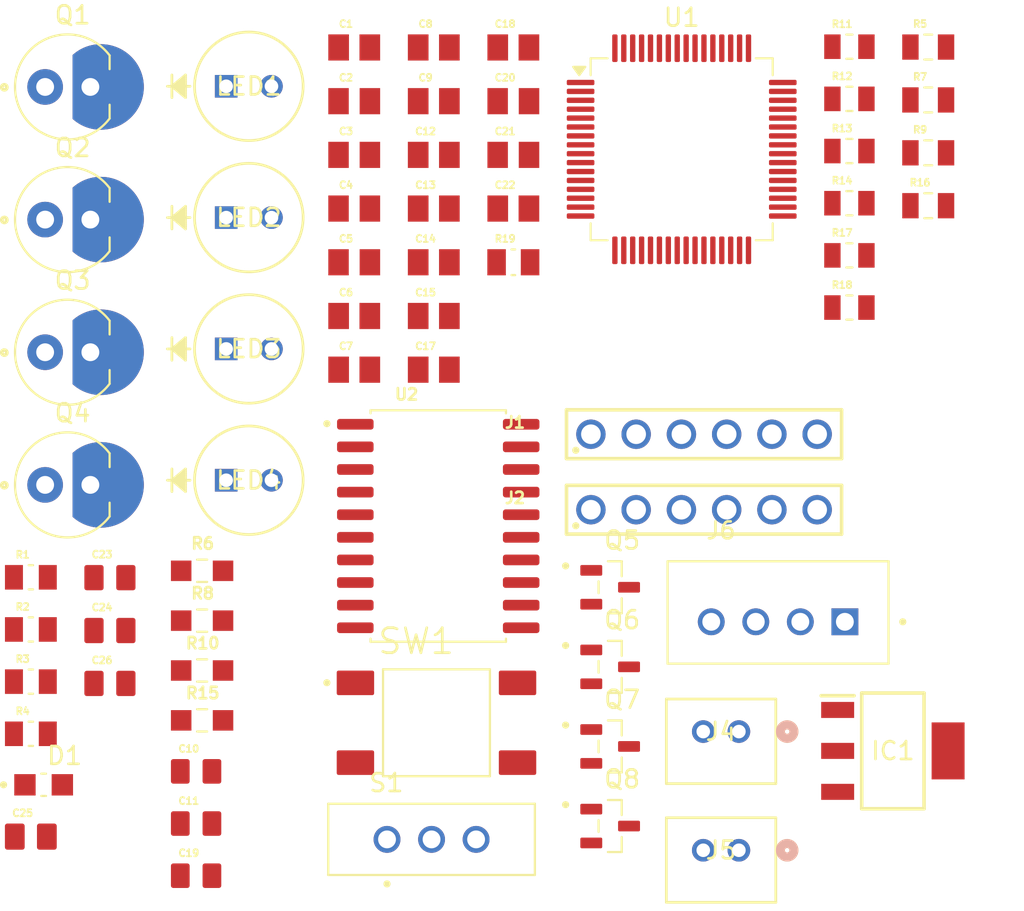
<source format=kicad_pcb>
(kicad_pcb (version 20241229) (generator "pcbnew") (generator_version "9.0")
  (layers (0 "F.Cu" signal) (2 "B.Cu" signal) (13 "F.Paste" user) (15 "B.Paste" user) (5 "F.SilkS" user "F.Silkscreen") (7 "B.SilkS" user "B.Silkscreen") (1 "F.Mask" user) (3 "B.Mask" user) (25 "Edge.Cuts" user))
  (net 0 "")
  (net 1 "GND")
  (net 2 "3V3")
  (net 3 "NRST")
  (net 4 "Net-(U1-VCAP_1)")
  (net 5 "Net-(U1-VCAP_2)")
  (net 6 "VCC")
  (net 7 "Net-(IC1-INPUT)")
  (net 8 "Net-(D1-Pad1)")
  (net 9 "PA0")
  (net 10 "PA1")
  (net 11 "MR2")
  (net 12 "MR1")
  (net 13 "ML2")
  (net 14 "PA8")
  (net 15 "PA9")
  (net 16 "ML1")
  (net 17 "Net-(J4-Pad2)")
  (net 18 "PA13")
  (net 19 "/NSRT")
  (net 20 "PA14")
  (net 21 "Net-(LED1-Pad2)")
  (net 22 "Net-(LED1-Pad1)")
  (net 23 "Net-(LED2-Pad1)")
  (net 24 "Net-(LED2-Pad2)")
  (net 25 "Net-(LED3-Pad2)")
  (net 26 "Net-(LED3-Pad1)")
  (net 27 "Net-(LED4-Pad1)")
  (net 28 "Net-(LED4-Pad2)")
  (net 29 "PC5")
  (net 30 "PB1")
  (net 31 "PC4")
  (net 32 "PA6")
  (net 33 "Net-(Q5-Pad1)")
  (net 34 "Net-(Q6-Pad1)")
  (net 35 "Net-(Q7-Pad1)")
  (net 36 "Net-(Q8-Pad1)")
  (net 37 "PB3")
  (net 38 "PA7")
  (net 39 "PC9")
  (net 40 "PB13")
  (net 41 "Net-(U1-BOOT0)")
  (net 42 "Net-(U1-PB2)")
  (net 52 "PB8")
  (net 53 "PB6")
  (net 59 "PB9")
  (net 68 "PB7")
  (footprint "C0805C104K5RACTU:CAPC2012X88N" (layer "F.Cu") (at 152.129 87.025)
    (property "Reference" "C12" (at -0.46 -1.32 0) (layer "F.SilkS") (effects (font (size 0.393701 0.393701))))
    (property "Value" "0.1uF")
    (pad "1" smd rect (at -0.875 0) (size 1.16 1.47) (layers "F.Cu" "F.Mask" "F.Paste") (net 1 "GND"))
    (pad "2" smd rect (at 0.875 0) (size 1.16 1.47) (layers "F.Cu" "F.Mask" "F.Paste") (net 2 "3V3"))
  )
  (footprint "RG2012N-121-W-T1:RESC2012X50N" (layer "F.Cu") (at 156.595 93.057)
    (property "Reference" "R19" (at -0.46 -1.32 0) (layer "F.SilkS") (effects (font (size 0.393701 0.393701))))
    (property "Value" "RG2012N-121-W-T1")
    (pad "1" smd rect (at -0.94 0) (size 1.04 1.47) (layers "F.Cu" "F.Mask" "F.Paste") (net 8 "Net-(D1-Pad1)"))
    (pad "2" smd rect (at 0.94 0) (size 1.04 1.47) (layers "F.Cu" "F.Mask" "F.Paste") (net 1 "GND"))
  )
  (footprint "ERA_6AEB473V:RES_ERA6AEB473V" (layer "F.Cu") (at 139.125 115.985)
    (property "Reference" "R10" (at 0.032 -1.5314 0) (layer "F.SilkS") (effects (font (size 0.64 0.64))))
    (property "Value" "47kΩ")
    (pad "1" smd rect (at -1.175 0) (size 1.15 1.15) (layers "F.Cu" "F.Mask" "F.Paste") (net 1 "GND"))
    (pad "2" smd rect (at 1.175 0) (size 1.15 1.15) (layers "F.Cu" "F.Mask" "F.Paste") (net 35 "Net-(Q7-Pad1)"))
  )
  (footprint "ERA_6AEB473V:RES_ERA6AEB473V" (layer "F.Cu") (at 139.125 118.785)
    (property "Reference" "R15" (at 0.032 -1.5314 0) (layer "F.SilkS") (effects (font (size 0.64 0.64))))
    (property "Value" "47kΩ")
    (pad "1" smd rect (at -1.175 0) (size 1.15 1.15) (layers "F.Cu" "F.Mask" "F.Paste") (net 1 "GND"))
    (pad "2" smd rect (at 1.175 0) (size 1.15 1.15) (layers "F.Cu" "F.Mask" "F.Paste") (net 36 "Net-(Q8-Pad1)"))
  )
  (footprint "C2012X7R1C475K125AE:CAPC2012X150N" (layer "F.Cu") (at 147.663 87.025)
    (property "Reference" "C3" (at -0.46 -1.32 0) (layer "F.SilkS") (effects (font (size 0.393701 0.393701))))
    (property "Value" "4.7uF")
    (pad "1" smd rect (at -0.88 0) (size 1.15 1.47) (layers "F.Cu" "F.Mask" "F.Paste") (net 2 "3V3"))
    (pad "2" smd rect (at 0.88 0) (size 1.15 1.47) (layers "F.Cu" "F.Mask" "F.Paste") (net 1 "GND"))
  )
  (footprint "C2012X7R1C475K125AE:CAPC2012X150N" (layer "F.Cu") (at 156.595 84.009)
    (property "Reference" "C20" (at -0.46 -1.32 0) (layer "F.SilkS") (effects (font (size 0.393701 0.393701))))
    (property "Value" "4.7uF")
    (pad "1" smd rect (at -0.88 0) (size 1.15 1.47) (layers "F.Cu" "F.Mask" "F.Paste") (net 1 "GND"))
    (pad "2" smd rect (at 0.88 0) (size 1.15 1.47) (layers "F.Cu" "F.Mask" "F.Paste") (net 6 "VCC"))
  )
  (footprint "RC0805JR-0710KL:RESC2012X60N" (layer "F.Cu") (at 175.46 95.6)
    (property "Reference" "R18" (at -0.41 -1.27 0) (layer "F.SilkS") (effects (font (size 0.393701 0.393701))))
    (property "Value" "10 kOhm")
    (pad "1" smd rect (at -0.955 0) (size 0.92 1.38) (layers "F.Cu" "F.Mask" "F.Paste") (net 1 "GND"))
    (pad "2" smd rect (at 0.955 0) (size 0.92 1.38) (layers "F.Cu" "F.Mask" "F.Paste") (net 42 "Net-(U1-PB2)"))
  )
  (footprint "EG1218:SW_EG1218" (layer "F.Cu") (at 152.005 125.47)
    (property "Reference" "S1" (at -2.54 -3.175 0) (layer "F.SilkS"))
    (property "Value" "EG1218")
    (pad "1" thru_hole circle (at -2.5 0) (size 1.508 1.508) (drill 1) (layers "*.Cu" "*.Mask") (net 6 "VCC"))
    (pad "2" thru_hole circle (at 0 0) (size 1.508 1.508) (drill 1) (layers "*.Cu" "*.Mask"))
    (pad "3" thru_hole circle (at 2.5 0) (size 1.508 1.508) (drill 1) (layers "*.Cu" "*.Mask") (net 7 "Net-(IC1-INPUT)"))
  )
  (footprint "CL21A226MAYNNNE:CAPC2012X145N" (layer "F.Cu") (at 129.51 125.315)
    (property "Reference" "C25" (at -0.46 -1.32 0) (layer "F.SilkS") (effects (font (size 0.393701 0.393701))))
    (property "Value" "22uF")
    (pad "1" smd roundrect (at -0.9 0) (size 1.11 1.47) (layers "F.Cu" "F.Mask" "F.Paste") (roundrect_rratio 0.125) (net 2 "3V3"))
    (pad "2" smd roundrect (at 0.9 0) (size 1.11 1.47) (layers "F.Cu" "F.Mask" "F.Paste") (roundrect_rratio 0.125) (net 1 "GND"))
  )
  (footprint "RC0805FR_0751RL:RESC2012X60N" (layer "F.Cu") (at 175.46 83.88)
    (property "Reference" "R12" (at -0.41 -1.27 0) (layer "F.SilkS") (effects (font (size 0.393701 0.393701))))
    (property "Value" "51Ω")
    (pad "1" smd rect (at -0.955 0) (size 0.92 1.38) (layers "F.Cu" "F.Mask" "F.Paste") (net 24 "Net-(LED2-Pad2)"))
    (pad "2" smd rect (at 0.955 0) (size 0.92 1.38) (layers "F.Cu" "F.Mask" "F.Paste") (net 2 "3V3"))
  )
  (footprint "CRCW0805100RFKEA:RESC2012X50N" (layer "F.Cu") (at 179.885 83.94)
    (property "Reference" "R7" (at -0.46 -1.3 0) (layer "F.SilkS") (effects (font (size 0.393701 0.393701))))
    (property "Value" "100Ω")
    (pad "1" smd rect (at -1 0) (size 0.92 1.42) (layers "F.Cu" "F.Mask" "F.Paste") (net 34 "Net-(Q6-Pad1)"))
    (pad "2" smd rect (at 1 0) (size 0.92 1.42) (layers "F.Cu" "F.Mask" "F.Paste") (net 38 "PA7"))
  )
  (footprint "C2012X7R1C475K125AE:CAPC2012X150N" (layer "F.Cu") (at 156.595 87.025)
    (property "Reference" "C21" (at -0.46 -1.32 0) (layer "F.SilkS") (effects (font (size 0.393701 0.393701))))
    (property "Value" "4.7uF")
    (pad "1" smd rect (at -0.88 0) (size 1.15 1.47) (layers "F.Cu" "F.Mask" "F.Paste") (net 6 "VCC"))
    (pad "2" smd rect (at 0.88 0) (size 1.15 1.47) (layers "F.Cu" "F.Mask" "F.Paste") (net 1 "GND"))
  )
  (footprint "C0805C104K5RACTU:CAPC2012X88N" (layer "F.Cu") (at 152.129 80.993)
    (property "Reference" "C8" (at -0.46 -1.32 0) (layer "F.SilkS") (effects (font (size 0.393701 0.393701))))
    (property "Value" "0.1uF")
    (pad "1" smd rect (at -0.875 0) (size 1.16 1.47) (layers "F.Cu" "F.Mask" "F.Paste") (net 1 "GND"))
    (pad "2" smd rect (at 0.875 0) (size 1.16 1.47) (layers "F.Cu" "F.Mask" "F.Paste") (net 2 "3V3"))
  )
  (footprint "INL-5AMIR15:LED_INL-5AMIR15_INO" (layer "F.Cu") (at 140.4782 83.1727)
    (property "Reference" "LED1" (at 1.27 0 0) (layer "F.SilkS"))
    (property "Value" "IR Emitter")
    (pad "1" thru_hole rect (at 0 0) (size 1.27 1.27) (drill 0.762) (layers "*.Cu" "*.Mask") (net 22 "Net-(LED1-Pad1)"))
    (pad "2" thru_hole circle (at 2.54 0) (size 1.27 1.27) (drill 0.762) (layers "*.Cu" "*.Mask") (net 21 "Net-(LED1-Pad2)"))
  )
  (footprint "C2012X7R1C475K125AE:CAPC2012X150N" (layer "F.Cu") (at 147.663 90.041)
    (property "Reference" "C4" (at -0.46 -1.32 0) (layer "F.SilkS") (effects (font (size 0.393701 0.393701))))
    (property "Value" "4.7uF")
    (pad "1" smd rect (at -0.88 0) (size 1.15 1.47) (layers "F.Cu" "F.Mask" "F.Paste") (net 2 "3V3"))
    (pad "2" smd rect (at 0.88 0) (size 1.15 1.47) (layers "F.Cu" "F.Mask" "F.Paste") (net 1 "GND"))
  )
  (footprint "2N7002LT1G:SOT95P240X111-3N" (layer "F.Cu") (at 162.03 124.72)
    (property "Reference" "Q8" (at 0.675 -2.635 0) (layer "F.SilkS"))
    (property "Value" "MOSFET")
    (pad "1" smd roundrect (at -1.06 -0.95) (size 1.23 0.6) (layers "F.Cu" "F.Mask" "F.Paste") (roundrect_rratio 0.125) (net 36 "Net-(Q8-Pad1)"))
    (pad "2" smd roundrect (at -1.06 0.95) (size 1.23 0.6) (layers "F.Cu" "F.Mask" "F.Paste") (roundrect_rratio 0.125) (net 1 "GND"))
    (pad "3" smd roundrect (at 1.06 0) (size 1.23 0.6) (layers "F.Cu" "F.Mask" "F.Paste") (roundrect_rratio 0.125) (net 27 "Net-(LED4-Pad1)"))
  )
  (footprint "2N7002LT1G:SOT95P240X111-3N" (layer "F.Cu") (at 162.03 120.25)
    (property "Reference" "Q7" (at 0.675 -2.635 0) (layer "F.SilkS"))
    (property "Value" "MOSFET")
    (pad "1" smd roundrect (at -1.06 -0.95) (size 1.23 0.6) (layers "F.Cu" "F.Mask" "F.Paste") (roundrect_rratio 0.125) (net 35 "Net-(Q7-Pad1)"))
    (pad "2" smd roundrect (at -1.06 0.95) (size 1.23 0.6) (layers "F.Cu" "F.Mask" "F.Paste") (roundrect_rratio 0.125) (net 1 "GND"))
    (pad "3" smd roundrect (at 1.06 0) (size 1.23 0.6) (layers "F.Cu" "F.Mask" "F.Paste") (roundrect_rratio 0.125) (net 26 "Net-(LED3-Pad1)"))
  )
  (footprint "RC0805FR_0751RL:RESC2012X60N" (layer "F.Cu") (at 175.46 89.74)
    (property "Reference" "R14" (at -0.41 -1.27 0) (layer "F.SilkS") (effects (font (size 0.393701 0.393701))))
    (property "Value" "51Ω")
    (pad "1" smd rect (at -0.955 0) (size 0.92 1.38) (layers "F.Cu" "F.Mask" "F.Paste") (net 28 "Net-(LED4-Pad2)"))
    (pad "2" smd rect (at 0.955 0) (size 0.92 1.38) (layers "F.Cu" "F.Mask" "F.Paste") (net 2 "3V3"))
  )
  (footprint "B2B-PH-K-S:CONN2_B2B-PH-K-S_JST" (layer "F.Cu") (at 169.2566 119.415)
    (property "Reference" "J4" (at -1 0 0) (layer "F.SilkS"))
    (property "Value" "JST1")
    (pad "1" thru_hole circle (at 0 0) (size 1.27 1.27) (drill 0.762) (layers "*.Cu" "*.Mask") (net 6 "VCC"))
    (pad "2" thru_hole circle (at -2.000001 0) (size 1.27 1.27) (drill 0.762) (layers "*.Cu" "*.Mask") (net 17 "Net-(J4-Pad2)"))
  )
  (footprint "C2012X7R1C475K125AE:CAPC2012X150N" (layer "F.Cu") (at 147.663 84.009)
    (property "Reference" "C2" (at -0.46 -1.32 0) (layer "F.SilkS") (effects (font (size 0.393701 0.393701))))
    (property "Value" "4.7uF")
    (pad "1" smd rect (at -0.88 0) (size 1.15 1.47) (layers "F.Cu" "F.Mask" "F.Paste") (net 2 "3V3"))
    (pad "2" smd rect (at 0.88 0) (size 1.15 1.47) (layers "F.Cu" "F.Mask" "F.Paste") (net 1 "GND"))
  )
  (footprint "C0805C104K5RACTU:CAPC2012X88N" (layer "F.Cu") (at 152.129 90.041)
    (property "Reference" "C13" (at -0.46 -1.32 0) (layer "F.SilkS") (effects (font (size 0.393701 0.393701))))
    (property "Value" "0.1uF")
    (pad "1" smd rect (at -0.875 0) (size 1.16 1.47) (layers "F.Cu" "F.Mask" "F.Paste") (net 1 "GND"))
    (pad "2" smd rect (at 0.875 0) (size 1.16 1.47) (layers "F.Cu" "F.Mask" "F.Paste") (net 2 "3V3"))
  )
  (footprint "SFH_313_FA-3_4:XDCR_SFH_313_FA-3_4" (layer "F.Cu") (at 131.583178 98.11)
    (property "Reference" "Q3" (at 0.275 -4.035 0) (layer "F.SilkS"))
    (property "Value" "IR Receiver")
    (pad "1" thru_hole circle (at -1.27 0) (size 2 2) (drill 1) (layers "*.Cu") (net 31 "PC4"))
    (pad "2" thru_hole custom (at 1.27 0) (size 2 2) (drill 1) (layers "*.Cu") (net 2 "3V3") (options (clearance outline) (anchor circle)) (primitives (gr_poly (pts (xy -1 -0.06) (xy -1 -1.79) (xy -0.945 -1.839) (xy -0.9 -1.876) (xy -0.854 -1.912) (xy -0.808 -1.948) (xy -0.76 -1.982) (xy -0.712 -2.014) (xy -0.662 -2.046) (xy -0.613 -2.076) (xy -0.562 -2.105) (xy -0.51 -2.133) (xy -0.458 -2.16) (xy -0.406 -2.185) (xy -0.352 -2.209) (xy -0.298 -2.231) (xy -0.244 -2.252) (xy -0.189 -2.272) (xy -0.133 -2.29) (xy -0.077 -2.307) (xy -0.021 -2.323) (xy 0.036 -2.337) (xy 0.093 -2.35) (xy 0.15 -2.361) (xy 0.208 -2.371) (xy 0.265 -2.38) (xy 0.323 -2.387) (xy 0.382 -2.392) (xy 0.44 -2.396) (xy 0.498 -2.399) (xy 0.557 -2.4) (xy 0.6 -2.4) (xy 0.625 -2.4) (xy 0.758 -2.394) (xy 0.882 -2.383) (xy 1.005 -2.364) (xy 1.128 -2.34) (xy 1.249 -2.309) (xy 1.368 -2.272) (xy 1.485 -2.229) (xy 1.599 -2.179) (xy 1.711 -2.124) (xy 1.82 -2.063) (xy 1.925 -1.997) (xy 2.027 -1.925) (xy 2.126 -1.848) (xy 2.22 -1.766) (xy 2.309 -1.68) (xy 2.394 -1.589) (xy 2.475 -1.493) (xy 2.55 -1.394) (xy 2.62 -1.29) (xy 2.684 -1.184) (xy 2.743 -1.074) (xy 2.796 -0.961) (xy 2.844 -0.846) (xy 2.885 -0.728) (xy 2.92 -0.608) (xy 2.949 -0.487) (xy 2.971 -0.364) (xy 2.987 -0.241) (xy 2.997 -0.116) (xy 3 0) (xy 2.997 0.116) (xy 2.987 0.241) (xy 2.971 0.364) (xy 2.949 0.487) (xy 2.92 0.608) (xy 2.885 0.728) (xy 2.844 0.846) (xy 2.796 0.961) (xy 2.743 1.074) (xy 2.684 1.184) (xy 2.62 1.29) (xy 2.55 1.394) (xy 2.475 1.493) (xy 2.394 1.589) (xy 2.309 1.68) (xy 2.22 1.766) (xy 2.126 1.848) (xy 2.027 1.925) (xy 1.925 1.997) (xy 1.82 2.063) (xy 1.711 2.124) (xy 1.599 2.179) (xy 1.485 2.229) (xy 1.368 2.272) (xy 1.249 2.309) (xy 1.128 2.34) (xy 1.005 2.364) (xy 0.882 2.383) (xy 0.758 2.394) (xy 0.625 2.4) (xy 0.525 2.4) (xy 0.6 2.4) (xy 0.557 2.4) (xy 0.498 2.399) (xy 0.44 2.396) (xy 0.382 2.392) (xy 0.323 2.387) (xy 0.265 2.38) (xy 0.208 2.371) (xy 0.15 2.361) (xy 0.093 2.35) (xy 0.036 2.337) (xy -0.021 2.323) (xy -0.077 2.307) (xy -0.133 2.29) (xy -0.189 2.272) (xy -0.244 2.252) (xy -0.298 2.231) (xy -0.352 2.209) (xy -0.406 2.185) (xy -0.458 2.16) (xy -0.51 2.133) (xy -0.562 2.105) (xy -0.613 2.076) (xy -0.662 2.046) (xy -0.712 2.014) (xy -0.76 1.982) (xy -0.808 1.948) (xy -0.854 1.912) (xy -0.9 1.876) (xy -0.945 1.839) (xy -1 1.79) (xy -1 -0.06)) (width 0.001) (fill yes))))
  )
  (footprint "C0805C104K5RACTU:CAPC2012X88N" (layer "F.Cu") (at 156.595 80.993)
    (property "Reference" "C18" (at -0.46 -1.32 0) (layer "F.SilkS") (effects (font (size 0.393701 0.393701))))
    (property "Value" "0.1uF")
    (pad "1" smd rect (at -0.875 0) (size 1.16 1.47) (layers "F.Cu" "F.Mask" "F.Paste") (net 2 "3V3"))
    (pad "2" smd rect (at 0.875 0) (size 1.16 1.47) (layers "F.Cu" "F.Mask" "F.Paste") (net 1 "GND"))
  )
  (footprint "INL-5AMIR15:LED_INL-5AMIR15_INO" (layer "F.Cu") (at 140.4782 97.9235)
    (property "Reference" "LED3" (at 1.27 0 0) (layer "F.SilkS"))
    (property "Value" "IR Emitter")
    (pad "1" thru_hole rect (at 0 0) (size 1.27 1.27) (drill 0.762) (layers "*.Cu" "*.Mask") (net 26 "Net-(LED3-Pad1)"))
    (pad "2" thru_hole circle (at 2.54 0) (size 1.27 1.27) (drill 0.762) (layers "*.Cu" "*.Mask") (net 25 "Net-(LED3-Pad2)"))
  )
  (footprint "B4B-XH-A:JST_B4B-XH-A" (layer "F.Cu") (at 171.455 112.725)
    (property "Reference" "J6" (at -3.2 -4.6 0) (layer "F.SilkS") (effects (font (size 0.944882 0.944882))))
    (property "Value" "Programming Header")
    (pad "1" thru_hole rect (at 3.75 0.525) (size 1.508 1.508) (drill 1) (layers "*.Cu" "*.Mask") (net 19 "/NSRT"))
    (pad "2" thru_hole circle (at 1.25 0.525) (size 1.508 1.508) (drill 1) (layers "*.Cu" "*.Mask") (net 18 "PA13"))
    (pad "3" thru_hole circle (at -1.25 0.525) (size 1.508 1.508) (drill 1) (layers "*.Cu" "*.Mask") (net 1 "GND"))
    (pad "4" thru_hole circle (at -3.75 0.525) (size 1.508 1.508) (drill 1) (layers "*.Cu" "*.Mask") (net 20 "PA14"))
  )
  (footprint "C0805C104K5RACTU:CAPC2012X88N" (layer "F.Cu") (at 147.663 80.993)
    (property "Reference" "C1" (at -0.46 -1.32 0) (layer "F.SilkS") (effects (font (size 0.393701 0.393701))))
    (property "Value" "0.1uF")
    (pad "1" smd rect (at -0.875 0) (size 1.16 1.47) (layers "F.Cu" "F.Mask" "F.Paste") (net 1 "GND"))
    (pad "2" smd rect (at 0.875 0) (size 1.16 1.47) (layers "F.Cu" "F.Mask" "F.Paste") (net 2 "3V3"))
  )
  (footprint "CL21B106KOQNNNE:CAPC2012X140N" (layer "F.Cu") (at 133.95 116.71)
    (property "Reference" "C26" (at -0.44 -1.3 0) (layer "F.SilkS") (effects (font (size 0.393701 0.393701))))
    (property "Value" "10uF")
    (pad "1" smd roundrect (at -0.895 0) (size 1.08 1.42) (layers "F.Cu" "F.Mask" "F.Paste") (roundrect_rratio 0.125) (net 1 "GND"))
    (pad "2" smd roundrect (at 0.895 0) (size 1.08 1.42) (layers "F.Cu" "F.Mask" "F.Paste") (roundrect_rratio 0.125) (net 2 "3V3"))
  )
  (footprint "C0805C104K5RACTU:CAPC2012X88N" (layer "F.Cu") (at 147.663 99.089)
    (property "Reference" "C7" (at -0.46 -1.32 0) (layer "F.SilkS") (effects (font (size 0.393701 0.393701))))
    (property "Value" "0.1uF")
    (pad "1" smd rect (at -0.875 0) (size 1.16 1.47) (layers "F.Cu" "F.Mask" "F.Paste") (net 1 "GND"))
    (pad "2" smd rect (at 0.875 0) (size 1.16 1.47) (layers "F.Cu" "F.Mask" "F.Paste") (net 2 "3V3"))
  )
  (footprint "6130XX11121_61300611121:61300611121" (layer "F.Cu") (at 167.3 106.955)
    (property "Reference" "J2" (at -10.6096 -0.6625 0) (layer "F.SilkS") (effects (font (size 0.64 0.64))))
    (property "Value" "Right Header")
    (pad "1" thru_hole circle (at -6.35 0) (size 1.65 1.65) (drill 1.1) (layers "*.Cu" "*.Mask") (net 1 "GND"))
    (pad "2" thru_hole circle (at -3.81 0) (size 1.65 1.65) (drill 1.1) (layers "*.Cu" "*.Mask") (net 15 "PA9"))
    (pad "3" thru_hole circle (at -1.27 0) (size 1.65 1.65) (drill 1.1) (layers "*.Cu" "*.Mask") (net 14 "PA8"))
    (pad "4" thru_hole circle (at 1.27 0) (size 1.65 1.65) (drill 1.1) (layers "*.Cu" "*.Mask") (net 2 "3V3"))
    (pad "5" thru_hole circle (at 3.81 0) (size 1.65 1.65) (drill 1.1) (layers "*.Cu" "*.Mask") (net 13 "ML2"))
    (pad "6" thru_hole circle (at 6.35 0) (size 1.65 1.65) (drill 1.1) (layers "*.Cu" "*.Mask") (net 16 "ML1"))
  )
  (footprint "FSM4JSMA:TE_FSM4JSMA" (layer "F.Cu") (at 152.281 118.92)
    (property "Reference" "SW1" (at -1.144485 -4.577985 0) (layer "F.SilkS") (effects (font (size 1.401835 1.401835))))
    (property "Value" "Button")
    (pad "1" smd roundrect (at -4.55 -2.24) (size 2.1 1.38) (layers "F.Cu" "F.Mask" "F.Paste") (roundrect_rratio 0.075) (net 3 "NRST"))
    (pad "2" smd roundrect (at 4.55 -2.24) (size 2.1 1.38) (layers "F.Cu" "F.Mask" "F.Paste") (roundrect_rratio 0.075))
    (pad "3" smd roundrect (at -4.55 2.24) (size 2.1 1.38) (layers "F.Cu" "F.Mask" "F.Paste") (roundrect_rratio 0.075) (net 19 "/NSRT"))
    (pad "4" smd roundrect (at 4.55 2.24) (size 2.1 1.38) (layers "F.Cu" "F.Mask" "F.Paste") (roundrect_rratio 0.075) (net 1 "GND"))
  )
  (footprint "CRCW0805100RFKEA:RESC2012X50N" (layer "F.Cu") (at 179.885 89.88)
    (property "Reference" "R16" (at -0.46 -1.3 0) (layer "F.SilkS") (effects (font (size 0.393701 0.393701))))
    (property "Value" "100Ω")
    (pad "1" smd rect (at -1 0) (size 0.92 1.42) (layers "F.Cu" "F.Mask" "F.Paste") (net 40 "PB13"))
    (pad "2" smd rect (at 1 0) (size 0.92 1.42) (layers "F.Cu" "F.Mask" "F.Paste") (net 36 "Net-(Q8-Pad1)"))
  )
  (footprint "C0805C104K5RACTU:CAPC2012X88N" (layer "F.Cu") (at 152.129 84.009)
    (property "Reference" "C9" (at -0.46 -1.32 0) (layer "F.SilkS") (effects (font (size 0.393701 0.393701))))
    (property "Value" "0.1uF")
    (pad "1" smd rect (at -0.875 0) (size 1.16 1.47) (layers "F.Cu" "F.Mask" "F.Paste") (net 3 "NRST"))
    (pad "2" smd rect (at 0.875 0) (size 1.16 1.47) (layers "F.Cu" "F.Mask" "F.Paste") (net 1 "GND"))
  )
  (footprint "2N7002LT1G:SOT95P240X111-3N" (layer "F.Cu") (at 162.03 111.31)
    (property "Reference" "Q5" (at 0.675 -2.635 0) (layer "F.SilkS"))
    (property "Value" "MOSFET")
    (pad "1" smd roundrect (at -1.06 -0.95) (size 1.23 0.6) (layers "F.Cu" "F.Mask" "F.Paste") (roundrect_rratio 0.125) (net 33 "Net-(Q5-Pad1)"))
    (pad "2" smd roundrect (at -1.06 0.95) (size 1.23 0.6) (layers "F.Cu" "F.Mask" "F.Paste") (roundrect_rratio 0.125) (net 1 "GND"))
    (pad "3" smd roundrect (at 1.06 0) (size 1.23 0.6) (layers "F.Cu" "F.Mask" "F.Paste") (roundrect_rratio 0.125) (net 22 "Net-(LED1-Pad1)"))
  )
  (footprint "Package_QFP:LQFP-64_10x10mm_P0.5mm" (layer "F.Cu") (at 166.045 86.71)
    (property "Reference" "U1" (at 0 -7.4 0) (layer "F.SilkS"))
    (property "Value" "STM32F205RGTx")
    (pad "1" smd roundrect (at -5.675 -3.75) (size 1.55 0.3) (layers "F.Cu" "F.Mask" "F.Paste") (net 2 "3V3"))
    (pad "2" smd roundrect (at -5.675 -3.25) (size 1.55 0.3) (layers "F.Cu" "F.Mask" "F.Paste"))
    (pad "3" smd roundrect (at -5.675 -2.75) (size 1.55 0.3) (layers "F.Cu" "F.Mask" "F.Paste"))
    (pad "4" smd roundrect (at -5.675 -2.25) (size 1.55 0.3) (layers "F.Cu" "F.Mask" "F.Paste"))
    (pad "5" smd roundrect (at -5.675 -1.75) (size 1.55 0.3) (layers "F.Cu" "F.Mask" "F.Paste"))
    (pad "6" smd roundrect (at -5.675 -1.25) (size 1.55 0.3) (layers "F.Cu" "F.Mask" "F.Paste"))
    (pad "7" smd roundrect (at -5.675 -0.75) (size 1.55 0.3) (layers "F.Cu" "F.Mask" "F.Paste") (net 3 "NRST"))
    (pad "8" smd roundrect (at -5.675 -0.25) (size 1.55 0.3) (layers "F.Cu" "F.Mask" "F.Paste"))
    (pad "9" smd roundrect (at -5.675 0.25) (size 1.55 0.3) (layers "F.Cu" "F.Mask" "F.Paste"))
    (pad "10" smd roundrect (at -5.675 0.75) (size 1.55 0.3) (layers "F.Cu" "F.Mask" "F.Paste"))
    (pad "11" smd roundrect (at -5.675 1.25) (size 1.55 0.3) (layers "F.Cu" "F.Mask" "F.Paste"))
    (pad "12" smd roundrect (at -5.675 1.75) (size 1.55 0.3) (layers "F.Cu" "F.Mask" "F.Paste") (net 1 "GND"))
    (pad "13" smd roundrect (at -5.675 2.25) (size 1.55 0.3) (layers "F.Cu" "F.Mask" "F.Paste") (net 2 "3V3"))
    (pad "14" smd roundrect (at -5.675 2.75) (size 1.55 0.3) (layers "F.Cu" "F.Mask" "F.Paste") (net 9 "PA0"))
    (pad "15" smd roundrect (at -5.675 3.25) (size 1.55 0.3) (layers "F.Cu" "F.Mask" "F.Paste") (net 10 "PA1"))
    (pad "16" smd roundrect (at -5.675 3.75) (size 1.55 0.3) (layers "F.Cu" "F.Mask" "F.Paste"))
    (pad "17" smd roundrect (at -3.75 5.675) (size 0.3 1.55) (layers "F.Cu" "F.Mask" "F.Paste"))
    (pad "18" smd roundrect (at -3.25 5.675) (size 0.3 1.55) (layers "F.Cu" "F.Mask" "F.Paste") (net 1 "GND"))
    (pad "19" smd roundrect (at -2.75 5.675) (size 0.3 1.55) (layers "F.Cu" "F.Mask" "F.Paste") (net 2 "3V3"))
    (pad "20" smd roundrect (at -2.25 5.675) (size 0.3 1.55) (layers "F.Cu" "F.Mask" "F.Paste"))
    (pad "21" smd roundrect (at -1.75 5.675) (size 0.3 1.55) (layers "F.Cu" "F.Mask" "F.Paste"))
    (pad "22" smd roundrect (at -1.25 5.675) (size 0.3 1.55) (layers "F.Cu" "F.Mask" "F.Paste") (net 32 "PA6"))
    (pad "23" smd roundrect (at -0.75 5.675) (size 0.3 1.55) (layers "F.Cu" "F.Mask" "F.Paste") (net 38 "PA7"))
    (pad "24" smd roundrect (at -0.25 5.675) (size 0.3 1.55) (layers "F.Cu" "F.Mask" "F.Paste") (net 31 "PC4"))
    (pad "25" smd roundrect (at 0.25 5.675) (size 0.3 1.55) (layers "F.Cu" "F.Mask" "F.Paste") (net 29 "PC5"))
    (pad "26" smd roundrect (at 0.75 5.675) (size 0.3 1.55) (layers "F.Cu" "F.Mask" "F.Paste"))
    (pad "27" smd roundrect (at 1.25 5.675) (size 0.3 1.55) (layers "F.Cu" "F.Mask" "F.Paste") (net 30 "PB1"))
    (pad "28" smd roundrect (at 1.75 5.675) (size 0.3 1.55) (layers "F.Cu" "F.Mask" "F.Paste") (net 42 "Net-(U1-PB2)"))
    (pad "29" smd roundrect (at 2.25 5.675) (size 0.3 1.55) (layers "F.Cu" "F.Mask" "F.Paste"))
    (pad "30" smd roundrect (at 2.75 5.675) (size 0.3 1.55) (layers "F.Cu" "F.Mask" "F.Paste"))
    (pad "31" smd roundrect (at 3.25 5.675) (size 0.3 1.55) (layers "F.Cu" "F.Mask" "F.Paste") (net 4 "Net-(U1-VCAP_1)"))
    (pad "32" smd roundrect (at 3.75 5.675) (size 0.3 1.55) (layers "F.Cu" "F.Mask" "F.Paste") (net 2 "3V3"))
    (pad "33" smd roundrect (at 5.675 3.75) (size 1.55 0.3) (layers "F.Cu" "F.Mask" "F.Paste"))
    (pad "34" smd roundrect (at 5.675 3.25) (size 1.55 0.3) (layers "F.Cu" "F.Mask" "F.Paste") (net 40 "PB13"))
    (pad "35" smd roundrect (at 5.675 2.75) (size 1.55 0.3) (layers "F.Cu" "F.Mask" "F.Paste"))
    (pad "36" smd roundrect (at 5.675 2.25) (size 1.55 0.3) (layers "F.Cu" "F.Mask" "F.Paste"))
    (pad "37" smd roundrect (at 5.675 1.75) (size 1.55 0.3) (layers "F.Cu" "F.Mask" "F.Paste"))
    (pad "38" smd roundrect (at 5.675 1.25) (size 1.55 0.3) (layers "F.Cu" "F.Mask" "F.Paste"))
    (pad "39" smd roundrect (at 5.675 0.75) (size 1.55 0.3) (layers "F.Cu" "F.Mask" "F.Paste"))
    (pad "40" smd roundrect (at 5.675 0.25) (size 1.55 0.3) (layers "F.Cu" "F.Mask" "F.Paste") (net 39 "PC9"))
    (pad "41" smd roundrect (at 5.675 -0.25) (size 1.55 0.3) (layers "F.Cu" "F.Mask" "F.Paste") (net 14 "PA8"))
    (pad "42" smd roundrect (at 5.675 -0.75) (size 1.55 0.3) (layers "F.Cu" "F.Mask" "F.Paste") (net 15 "PA9"))
    (pad "43" smd roundrect (at 5.675 -1.25) (size 1.55 0.3) (layers "F.Cu" "F.Mask" "F.Paste"))
    (pad "44" smd roundrect (at 5.675 -1.75) (size 1.55 0.3) (layers "F.Cu" "F.Mask" "F.Paste"))
    (pad "45" smd roundrect (at 5.675 -2.25) (size 1.55 0.3) (layers "F.Cu" "F.Mask" "F.Paste"))
    (pad "46" smd roundrect (at 5.675 -2.75) (size 1.55 0.3) (layers "F.Cu" "F.Mask" "F.Paste") (net 18 "PA13"))
    (pad "47" smd roundrect (at 5.675 -3.25) (size 1.55 0.3) (layers "F.Cu" "F.Mask" "F.Paste") (net 5 "Net-(U1-VCAP_2)"))
    (pad "48" smd roundrect (at 5.675 -3.75) (size 1.55 0.3) (layers "F.Cu" "F.Mask" "F.Paste") (net 2 "3V3"))
    (pad "49" smd roundrect (at 3.75 -5.675) (size 0.3 1.55) (layers "F.Cu" "F.Mask" "F.Paste") (net 20 "PA14"))
    (pad "50" smd roundrect (at 3.25 -5.675) (size 0.3 1.55) (layers "F.Cu" "F.Mask" "F.Paste"))
    (pad "51" smd roundrect (at 2.75 -5.675) (size 0.3 1.55) (layers "F.Cu" "F.Mask" "F.Paste"))
    (pad "52" smd roundrect (at 2.25 -5.675) (size 0.3 1.55) (layers "F.Cu" "F.Mask" "F.Paste"))
    (pad "53" smd roundrect (at 1.75 -5.675) (size 0.3 1.55) (layers "F.Cu" "F.Mask" "F.Paste"))
    (pad "54" smd roundrect (at 1.25 -5.675) (size 0.3 1.55) (layers "F.Cu" "F.Mask" "F.Paste"))
    (pad "55" smd roundrect (at 0.75 -5.675) (size 0.3 1.55) (layers "F.Cu" "F.Mask" "F.Paste") (net 37 "PB3"))
    (pad "56" smd roundrect (at 0.25 -5.675) (size 0.3 1.55) (layers "F.Cu" "F.Mask" "F.Paste"))
    (pad "57" smd roundrect (at -0.25 -5.675) (size 0.3 1.55) (layers "F.Cu" "F.Mask" "F.Paste"))
    (pad "58" smd roundrect (at -0.75 -5.675) (size 0.3 1.55) (layers "F.Cu" "F.Mask" "F.Paste") (net 53 "PB6"))
    (pad "59" smd roundrect (at -1.25 -5.675) (size 0.3 1.55) (layers "F.Cu" "F.Mask" "F.Paste") (net 68 "PB7"))
    (pad "60" smd roundrect (at -1.75 -5.675) (size 0.3 1.55) (layers "F.Cu" "F.Mask" "F.Paste") (net 41 "Net-(U1-BOOT0)"))
    (pad "61" smd roundrect (at -2.25 -5.675) (size 0.3 1.55) (layers "F.Cu" "F.Mask" "F.Paste") (net 52 "PB8"))
    (pad "62" smd roundrect (at -2.75 -5.675) (size 0.3 1.55) (layers "F.Cu" "F.Mask" "F.Paste") (net 59 "PB9"))
    (pad "63" smd roundrect (at -3.25 -5.675) (size 0.3 1.55) (layers "F.Cu" "F.Mask" "F.Paste") (net 1 "GND"))
    (pad "64" smd roundrect (at -3.75 -5.675) (size 0.3 1.55) (layers "F.Cu" "F.Mask" "F.Paste") (net 2 "3V3"))
  )
  (footprint "L293DD:SOIC127P1032X265-20N" (layer "F.Cu") (at 152.38 107.87)
    (property "Reference" "U2" (at -1.778 -7.3914 0) (layer "F.SilkS") (effects (font (size 0.64 0.64))))
    (property "Value" "L293DD")
    (pad "1" smd roundrect (at -4.655 -5.715) (size 2.05 0.6) (layers "F.Cu" "F.Mask" "F.Paste") (net 2 "3V3"))
    (pad "2" smd roundrect (at -4.655 -4.445) (size 2.05 0.6) (layers "F.Cu" "F.Mask" "F.Paste") (net 53 "PB6"))
    (pad "3" smd roundrect (at -4.655 -3.175) (size 2.05 0.6) (layers "F.Cu" "F.Mask" "F.Paste") (net 13 "ML2"))
    (pad "4" smd roundrect (at -4.655 -1.905) (size 2.05 0.6) (layers "F.Cu" "F.Mask" "F.Paste") (net 1 "GND"))
    (pad "5" smd roundrect (at -4.655 -0.635) (size 2.05 0.6) (layers "F.Cu" "F.Mask" "F.Paste") (net 1 "GND"))
    (pad "6" smd roundrect (at -4.655 0.635) (size 2.05 0.6) (layers "F.Cu" "F.Mask" "F.Paste") (net 1 "GND"))
    (pad "7" smd roundrect (at -4.655 1.905) (size 2.05 0.6) (layers "F.Cu" "F.Mask" "F.Paste") (net 1 "GND"))
    (pad "8" smd roundrect (at -4.655 3.175) (size 2.05 0.6) (layers "F.Cu" "F.Mask" "F.Paste") (net 16 "ML1"))
    (pad "9" smd roundrect (at -4.655 4.445) (size 2.05 0.6) (layers "F.Cu" "F.Mask" "F.Paste") (net 68 "PB7"))
    (pad "10" smd roundrect (at -4.655 5.715) (size 2.05 0.6) (layers "F.Cu" "F.Mask" "F.Paste") (net 6 "VCC"))
    (pad "11" smd roundrect (at 4.655 5.715) (size 2.05 0.6) (layers "F.Cu" "F.Mask" "F.Paste") (net 2 "3V3"))
    (pad "12" smd roundrect (at 4.655 4.445) (size 2.05 0.6) (layers "F.Cu" "F.Mask" "F.Paste") (net 52 "PB8"))
    (pad "13" smd roundrect (at 4.655 3.175) (size 2.05 0.6) (layers "F.Cu" "F.Mask" "F.Paste") (net 11 "MR2"))
    (pad "14" smd roundrect (at 4.655 1.905) (size 2.05 0.6) (layers "F.Cu" "F.Mask" "F.Paste") (net 1 "GND"))
    (pad "15" smd roundrect (at 4.655 0.635) (size 2.05 0.6) (layers "F.Cu" "F.Mask" "F.Paste") (net 1 "GND"))
    (pad "16" smd roundrect (at 4.655 -0.635) (size 2.05 0.6) (layers "F.Cu" "F.Mask" "F.Paste") (net 1 "GND"))
    (pad "17" smd roundrect (at 4.655 -1.905) (size 2.05 0.6) (layers "F.Cu" "F.Mask" "F.Paste") (net 1 "GND"))
    (pad "18" smd roundrect (at 4.655 -3.175) (size 2.05 0.6) (layers "F.Cu" "F.Mask" "F.Paste") (net 12 "MR1"))
    (pad "19" smd roundrect (at 4.655 -4.445) (size 2.05 0.6) (layers "F.Cu" "F.Mask" "F.Paste") (net 59 "PB9"))
    (pad "20" smd roundrect (at 4.655 -5.715) (size 2.05 0.6) (layers "F.Cu" "F.Mask" "F.Paste") (net 6 "VCC"))
  )
  (footprint "C2012X7R1C475K125AE:CAPC2012X150N" (layer "F.Cu") (at 147.663 93.057)
    (property "Reference" "C5" (at -0.46 -1.32 0) (layer "F.SilkS") (effects (font (size 0.393701 0.393701))))
    (property "Value" "4.7uF")
    (pad "1" smd rect (at -0.88 0) (size 1.15 1.47) (layers "F.Cu" "F.Mask" "F.Paste") (net 2 "3V3"))
    (pad "2" smd rect (at 0.88 0) (size 1.15 1.47) (layers "F.Cu" "F.Mask" "F.Paste") (net 1 "GND"))
  )
  (footprint "C0805C104K5RACTU:CAPC2012X88N" (layer "F.Cu") (at 147.663 96.073)
    (property "Reference" "C6" (at -0.46 -1.32 0) (layer "F.SilkS") (effects (font (size 0.393701 0.393701))))
    (property "Value" "0.1uF")
    (pad "1" smd rect (at -0.875 0) (size 1.16 1.47) (layers "F.Cu" "F.Mask" "F.Paste") (net 1 "GND"))
    (pad "2" smd rect (at 0.875 0) (size 1.16 1.47) (layers "F.Cu" "F.Mask" "F.Paste") (net 2 "3V3"))
  )
  (footprint "CL21B105KBFNNNE:CAPC2012X135N" (layer "F.Cu") (at 138.788 127.51)
    (property "Reference" "C19" (at -0.41 -1.27 0) (layer "F.SilkS") (effects (font (size 0.393701 0.393701))))
    (property "Value" "1uF")
    (pad "1" smd roundrect (at -0.888 0) (size 1.05 1.38) (layers "F.Cu" "F.Mask" "F.Paste") (roundrect_rratio 0.125) (net 2 "3V3"))
    (pad "2" smd roundrect (at 0.888 0) (size 1.05 1.38) (layers "F.Cu" "F.Mask" "F.Paste") (roundrect_rratio 0.125) (net 1 "GND"))
  )
  (footprint "C0805C104K5RACTU:CAPC2012X88N" (layer "F.Cu") (at 156.595 90.041)
    (property "Reference" "C22" (at -0.46 -1.32 0) (layer "F.SilkS") (effects (font (size 0.393701 0.393701))))
    (property "Value" "0.1uF")
    (pad "1" smd rect (at -0.875 0) (size 1.16 1.47) (layers "F.Cu" "F.Mask" "F.Paste") (net 1 "GND"))
    (pad "2" smd rect (at 0.875 0) (size 1.16 1.47) (layers "F.Cu" "F.Mask" "F.Paste") (net 6 "VCC"))
  )
  (footprint "CL21B225KAFNNNE:CAPC2012X135N" (layer "F.Cu") (at 138.788 121.65)
    (property "Reference" "C10" (at -0.41 -1.27 0) (layer "F.SilkS") (effects (font (size 0.393701 0.393701))))
    (property "Value" "2.2uF")
    (pad "1" smd roundrect (at -0.888 0) (size 1.05 1.38) (layers "F.Cu" "F.Mask" "F.Paste") (roundrect_rratio 0.125) (net 1 "GND"))
    (pad "2" smd roundrect (at 0.888 0) (size 1.05 1.38) (layers "F.Cu" "F.Mask" "F.Paste") (roundrect_rratio 0.125) (net 4 "Net-(U1-VCAP_1)"))
  )
  (footprint "ERA_6AEB473V:RES_ERA6AEB473V" (layer "F.Cu") (at 139.125 110.385)
    (property "Reference" "R6" (at 0.032 -1.5314 0) (layer "F.SilkS") (effects (font (size 0.64 0.64))))
    (property "Value" "47kΩ")
    (pad "1" smd rect (at -1.175 0) (size 1.15 1.15) (layers "F.Cu" "F.Mask" "F.Paste") (net 1 "GND"))
    (pad "2" smd rect (at 1.175 0) (size 1.15 1.15) (layers "F.Cu" "F.Mask" "F.Paste") (net 33 "Net-(Q5-Pad1)"))
  )
  (footprint "RC0805JR-0710KL:RESC2012X60N" (layer "F.Cu") (at 175.46 92.67)
    (property "Reference" "R17" (at -0.41 -1.27 0) (layer "F.SilkS") (effects (font (size 0.393701 0.393701))))
    (property "Value" "10 kOhm")
    (pad "1" smd rect (at -0.955 0) (size 0.92 1.38) (layers "F.Cu" "F.Mask" "F.Paste") (net 41 "Net-(U1-BOOT0)"))
    (pad "2" smd rect (at 0.955 0) (size 0.92 1.38) (layers "F.Cu" "F.Mask" "F.Paste") (net 1 "GND"))
  )
  (footprint "CL21B106KOQNNNE:CAPC2012X140N" (layer "F.Cu") (at 133.95 110.77)
    (property "Reference" "C23" (at -0.44 -1.3 0) (layer "F.SilkS") (effects (font (size 0.393701 0.393701))))
    (property "Value" "10uF")
    (pad "1" smd roundrect (at -0.895 0) (size 1.08 1.42) (layers "F.Cu" "F.Mask" "F.Paste") (roundrect_rratio 0.125) (net 1 "GND"))
    (pad "2" smd roundrect (at 0.895 0) (size 1.08 1.42) (layers "F.Cu" "F.Mask" "F.Paste") (roundrect_rratio 0.125) (net 6 "VCC"))
  )
  (footprint "INL-5AMIR15:LED_INL-5AMIR15_INO" (layer "F.Cu") (at 140.4782 90.5481)
    (property "Reference" "LED2" (at 1.27 0 0) (layer "F.SilkS"))
    (property "Value" "IR Emitter")
    (pad "1" thru_hole rect (at 0 0) (size 1.27 1.27) (drill 0.762) (layers "*.Cu" "*.Mask") (net 23 "Net-(LED2-Pad1)"))
    (pad "2" thru_hole circle (at 2.54 0) (size 1.27 1.27) (drill 0.762) (layers "*.Cu" "*.Mask") (net 24 "Net-(LED2-Pad2)"))
  )
  (footprint "CL21B225KAFNNNE:CAPC2012X135N" (layer "F.Cu") (at 138.788 124.58)
    (property "Reference" "C11" (at -0.41 -1.27 0) (layer "F.SilkS") (effects (font (size 0.393701 0.393701))))
    (property "Value" "2.2uF")
    (pad "1" smd roundrect (at -0.888 0) (size 1.05 1.38) (layers "F.Cu" "F.Mask" "F.Paste") (roundrect_rratio 0.125) (net 1 "GND"))
    (pad "2" smd roundrect (at 0.888 0) (size 1.05 1.38) (layers "F.Cu" "F.Mask" "F.Paste") (roundrect_rratio 0.125) (net 5 "Net-(U1-VCAP_2)"))
  )
  (footprint "CL21B106KOQNNNE:CAPC2012X140N" (layer "F.Cu") (at 133.95 113.74)
    (property "Reference" "C24" (at -0.44 -1.3 0) (layer "F.SilkS") (effects (font (size 0.393701 0.393701))))
    (property "Value" "10uF")
    (pad "1" smd roundrect (at -0.895 0) (size 1.08 1.42) (layers "F.Cu" "F.Mask" "F.Paste") (roundrect_rratio 0.125) (net 7 "Net-(IC1-INPUT)"))
    (pad "2" smd roundrect (at 0.895 0) (size 1.08 1.42) (layers "F.Cu" "F.Mask" "F.Paste") (roundrect_rratio 0.125) (net 1 "GND"))
  )
  (footprint "C0805C104K5RACTU:CAPC2012X88N" (layer "F.Cu") (at 152.129 93.057)
    (property "Reference" "C14" (at -0.46 -1.32 0) (layer "F.SilkS") (effects (font (size 0.393701 0.393701))))
    (property "Value" "0.1uF")
    (pad "1" smd rect (at -0.875 0) (size 1.16 1.47) (layers "F.Cu" "F.Mask" "F.Paste") (net 1 "GND"))
    (pad "2" smd rect (at 0.875 0) (size 1.16 1.47) (layers "F.Cu" "F.Mask" "F.Paste") (net 2 "3V3"))
  )
  (footprint "RC0805FR_0751RL:RESC2012X60N" (layer "F.Cu") (at 175.46 86.81)
    (property "Reference" "R13" (at -0.41 -1.27 0) (layer "F.SilkS") (effects (font (size 0.393701 0.393701))))
    (property "Value" "51Ω")
    (pad "1" smd rect (at -0.955 0) (size 0.92 1.38) (layers "F.Cu" "F.Mask" "F.Paste") (net 25 "Net-(LED3-Pad2)"))
    (pad "2" smd rect (at 0.955 0) (size 0.92 1.38) (layers "F.Cu" "F.Mask" "F.Paste") (net 2 "3V3"))
  )
  (footprint "LTST-C170GKT:LED_LTST-C170GKT" (layer "F.Cu") (at 130.23 122.405)
    (property "Reference" "D1" (at 1.175 -1.635 0) (layer "F.SilkS"))
    (property "Value" "LTST-C170GKT")
    (pad "1" smd rect (at -1.05 0) (size 1.2 1.2) (layers "F.Cu" "F.Mask" "F.Paste") (net 8 "Net-(D1-Pad1)"))
    (pad "2" smd rect (at 1.05 0) (size 1.2 1.2) (layers "F.Cu" "F.Mask" "F.Paste") (net 2 "3V3"))
  )
  (footprint "SFH_313_FA-3_4:XDCR_SFH_313_FA-3_4" (layer "F.Cu") (at 131.583178 105.56)
    (property "Reference" "Q4" (at 0.275 -4.035 0) (layer "F.SilkS"))
    (property "Value" "IR Receiver")
    (pad "1" thru_hole circle (at -1.27 0) (size 2 2) (drill 1) (layers "*.Cu") (net 32 "PA6"))
    (pad "2" thru_hole custom (at 1.27 0) (size 2 2) (drill 1) (layers "*.Cu") (net 2 "3V3") (options (clearance outline) (anchor circle)) (primitives (gr_poly (pts (xy -1 -0.06) (xy -1 -1.79) (xy -0.945 -1.839) (xy -0.9 -1.876) (xy -0.854 -1.912) (xy -0.808 -1.948) (xy -0.76 -1.982) (xy -0.712 -2.014) (xy -0.662 -2.046) (xy -0.613 -2.076) (xy -0.562 -2.105) (xy -0.51 -2.133) (xy -0.458 -2.16) (xy -0.406 -2.185) (xy -0.352 -2.209) (xy -0.298 -2.231) (xy -0.244 -2.252) (xy -0.189 -2.272) (xy -0.133 -2.29) (xy -0.077 -2.307) (xy -0.021 -2.323) (xy 0.036 -2.337) (xy 0.093 -2.35) (xy 0.15 -2.361) (xy 0.208 -2.371) (xy 0.265 -2.38) (xy 0.323 -2.387) (xy 0.382 -2.392) (xy 0.44 -2.396) (xy 0.498 -2.399) (xy 0.557 -2.4) (xy 0.6 -2.4) (xy 0.625 -2.4) (xy 0.758 -2.394) (xy 0.882 -2.383) (xy 1.005 -2.364) (xy 1.128 -2.34) (xy 1.249 -2.309) (xy 1.368 -2.272) (xy 1.485 -2.229) (xy 1.599 -2.179) (xy 1.711 -2.124) (xy 1.82 -2.063) (xy 1.925 -1.997) (xy 2.027 -1.925) (xy 2.126 -1.848) (xy 2.22 -1.766) (xy 2.309 -1.68) (xy 2.394 -1.589) (xy 2.475 -1.493) (xy 2.55 -1.394) (xy 2.62 -1.29) (xy 2.684 -1.184) (xy 2.743 -1.074) (xy 2.796 -0.961) (xy 2.844 -0.846) (xy 2.885 -0.728) (xy 2.92 -0.608) (xy 2.949 -0.487) (xy 2.971 -0.364) (xy 2.987 -0.241) (xy 2.997 -0.116) (xy 3 0) (xy 2.997 0.116) (xy 2.987 0.241) (xy 2.971 0.364) (xy 2.949 0.487) (xy 2.92 0.608) (xy 2.885 0.728) (xy 2.844 0.846) (xy 2.796 0.961) (xy 2.743 1.074) (xy 2.684 1.184) (xy 2.62 1.29) (xy 2.55 1.394) (xy 2.475 1.493) (xy 2.394 1.589) (xy 2.309 1.68) (xy 2.22 1.766) (xy 2.126 1.848) (xy 2.027 1.925) (xy 1.925 1.997) (xy 1.82 2.063) (xy 1.711 2.124) (xy 1.599 2.179) (xy 1.485 2.229) (xy 1.368 2.272) (xy 1.249 2.309) (xy 1.128 2.34) (xy 1.005 2.364) (xy 0.882 2.383) (xy 0.758 2.394) (xy 0.625 2.4) (xy 0.525 2.4) (xy 0.6 2.4) (xy 0.557 2.4) (xy 0.498 2.399) (xy 0.44 2.396) (xy 0.382 2.392) (xy 0.323 2.387) (xy 0.265 2.38) (xy 0.208 2.371) (xy 0.15 2.361) (xy 0.093 2.35) (xy 0.036 2.337) (xy -0.021 2.323) (xy -0.077 2.307) (xy -0.133 2.29) (xy -0.189 2.272) (xy -0.244 2.252) (xy -0.298 2.231) (xy -0.352 2.209) (xy -0.406 2.185) (xy -0.458 2.16) (xy -0.51 2.133) (xy -0.562 2.105) (xy -0.613 2.076) (xy -0.662 2.046) (xy -0.712 2.014) (xy -0.76 1.982) (xy -0.808 1.948) (xy -0.854 1.912) (xy -0.9 1.876) (xy -0.945 1.839) (xy -1 1.79) (xy -1 -0.06)) (width 0.001) (fill yes))))
  )
  (footprint "C0805C104K5RACTU:CAPC2012X88N" (layer "F.Cu") (at 152.129 99.089)
    (property "Reference" "C17" (at -0.46 -1.32 0) (layer "F.SilkS") (effects (font (size 0.393701 0.393701))))
    (property "Value" "0.1uF")
    (pad "1" smd rect (at -0.875 0) (size 1.16 1.47) (layers "F.Cu" "F.Mask" "F.Paste") (net 1 "GND"))
    (pad "2" smd rect (at 0.875 0) (size 1.16 1.47) (layers "F.Cu" "F.Mask" "F.Paste") (net 2 "3V3"))
  )
  (footprint "RMCF0805JT1K80:RESC2012X65N" (layer "F.Cu") (at 129.513 110.75)
    (property "Reference" "R1" (at -0.46 -1.27 0) (layer "F.SilkS") (effects (font (size 0.393701 0.393701))))
    (property "Value" "1.8kΩ")
    (pad "1" smd rect (at -0.95 0) (size 1.01 1.38) (layers "F.Cu" "F.Mask" "F.Paste") (net 1 "GND"))
    (pad "2" smd rect (at 0.95 0) (size 1.01 1.38) (layers "F.Cu" "F.Mask" "F.Paste") (net 29 "PC5"))
  )
  (footprint "ERA_6AEB473V:RES_ERA6AEB473V" (layer "F.Cu") (at 139.125 113.185)
    (property "Reference" "R8" (at 0.032 -1.5314 0) (layer "F.SilkS") (effects (font (size 0.64 0.64))))
    (property "Value" "47kΩ")
    (pad "1" smd rect (at -1.175 0) (size 1.15 1.15) (layers "F.Cu" "F.Mask" "F.Paste") (net 1 "GND"))
    (pad "2" smd rect (at 1.175 0) (size 1.15 1.15) (layers "F.Cu" "F.Mask" "F.Paste") (net 34 "Net-(Q6-Pad1)"))
  )
  (footprint "CRCW0805100RFKEA:RESC2012X50N" (layer "F.Cu") (at 179.885 86.91)
    (property "Reference" "R9" (at -0.46 -1.3 0) (layer "F.SilkS") (effects (font (size 0.393701 0.393701))))
    (property "Value" "100Ω")
    (pad "1" smd rect (at -1 0) (size 0.92 1.42) (layers "F.Cu" "F.Mask" "F.Paste") (net 35 "Net-(Q7-Pad1)"))
    (pad "2" smd rect (at 1 0) (size 0.92 1.42) (layers "F.Cu" "F.Mask" "F.Paste") (net 39 "PC9"))
  )
  (footprint "6130XX11121_61300611121:61300611121" (layer "F.Cu") (at 167.3 102.715)
    (property "Reference" "J1" (at -10.6096 -0.6625 0) (layer "F.SilkS") (effects (font (size 0.64 0.64))))
    (property "Value" "Right Header")
    (pad "1" thru_hole circle (at -6.35 0) (size 1.65 1.65) (drill 1.1) (layers "*.Cu" "*.Mask") (net 1 "GND"))
    (pad "2" thru_hole circle (at -3.81 0) (size 1.65 1.65) (drill 1.1) (layers "*.Cu" "*.Mask") (net 10 "PA1"))
    (pad "3" thru_hole circle (at -1.27 0) (size 1.65 1.65) (drill 1.1) (layers "*.Cu" "*.Mask") (net 9 "PA0"))
    (pad "4" thru_hole circle (at 1.27 0) (size 1.65 1.65) (drill 1.1) (layers "*.Cu" "*.Mask") (net 2 "3V3"))
    (pad "5" thru_hole circle (at 3.81 0) (size 1.65 1.65) (drill 1.1) (layers "*.Cu" "*.Mask") (net 11 "MR2"))
    (pad "6" thru_hole circle (at 6.35 0) (size 1.65 1.65) (drill 1.1) (layers "*.Cu" "*.Mask") (net 12 "MR1"))
  )
  (footprint "RMCF0805JT1K80:RESC2012X65N" (layer "F.Cu") (at 129.513 119.54)
    (property "Reference" "R4" (at -0.46 -1.27 0) (layer "F.SilkS") (effects (font (size 0.393701 0.393701))))
    (property "Value" "1.8kΩ")
    (pad "1" smd rect (at -0.95 0) (size 1.01 1.38) (layers "F.Cu" "F.Mask" "F.Paste") (net 1 "GND"))
    (pad "2" smd rect (at 0.95 0) (size 1.01 1.38) (layers "F.Cu" "F.Mask" "F.Paste") (net 32 "PA6"))
  )
  (footprint "RMCF0805JT1K80:RESC2012X65N" (layer "F.Cu") (at 129.513 116.61)
    (property "Reference" "R3" (at -0.46 -1.27 0) (layer "F.SilkS") (effects (font (size 0.393701 0.393701))))
    (property "Value" "1.8kΩ")
    (pad "1" smd rect (at -0.95 0) (size 1.01 1.38) (layers "F.Cu" "F.Mask" "F.Paste") (net 1 "GND"))
    (pad "2" smd rect (at 0.95 0) (size 1.01 1.38) (layers "F.Cu" "F.Mask" "F.Paste") (net 31 "PC4"))
  )
  (footprint "SFH_313_FA-3_4:XDCR_SFH_313_FA-3_4" (layer "F.Cu") (at 131.583178 90.66)
    (property "Reference" "Q2" (at 0.275 -4.035 0) (layer "F.SilkS"))
    (property "Value" "IR Receiver")
    (pad "1" thru_hole circle (at -1.27 0) (size 2 2) (drill 1) (layers "*.Cu") (net 30 "PB1"))
    (pad "2" thru_hole custom (at 1.27 0) (size 2 2) (drill 1) (layers "*.Cu") (net 2 "3V3") (options (clearance outline) (anchor circle)) (primitives (gr_poly (pts (xy -1 -0.06) (xy -1 -1.79) (xy -0.945 -1.839) (xy -0.9 -1.876) (xy -0.854 -1.912) (xy -0.808 -1.948) (xy -0.76 -1.982) (xy -0.712 -2.014) (xy -0.662 -2.046) (xy -0.613 -2.076) (xy -0.562 -2.105) (xy -0.51 -2.133) (xy -0.458 -2.16) (xy -0.406 -2.185) (xy -0.352 -2.209) (xy -0.298 -2.231) (xy -0.244 -2.252) (xy -0.189 -2.272) (xy -0.133 -2.29) (xy -0.077 -2.307) (xy -0.021 -2.323) (xy 0.036 -2.337) (xy 0.093 -2.35) (xy 0.15 -2.361) (xy 0.208 -2.371) (xy 0.265 -2.38) (xy 0.323 -2.387) (xy 0.382 -2.392) (xy 0.44 -2.396) (xy 0.498 -2.399) (xy 0.557 -2.4) (xy 0.6 -2.4) (xy 0.625 -2.4) (xy 0.758 -2.394) (xy 0.882 -2.383) (xy 1.005 -2.364) (xy 1.128 -2.34) (xy 1.249 -2.309) (xy 1.368 -2.272) (xy 1.485 -2.229) (xy 1.599 -2.179) (xy 1.711 -2.124) (xy 1.82 -2.063) (xy 1.925 -1.997) (xy 2.027 -1.925) (xy 2.126 -1.848) (xy 2.22 -1.766) (xy 2.309 -1.68) (xy 2.394 -1.589) (xy 2.475 -1.493) (xy 2.55 -1.394) (xy 2.62 -1.29) (xy 2.684 -1.184) (xy 2.743 -1.074) (xy 2.796 -0.961) (xy 2.844 -0.846) (xy 2.885 -0.728) (xy 2.92 -0.608) (xy 2.949 -0.487) (xy 2.971 -0.364) (xy 2.987 -0.241) (xy 2.997 -0.116) (xy 3 0) (xy 2.997 0.116) (xy 2.987 0.241) (xy 2.971 0.364) (xy 2.949 0.487) (xy 2.92 0.608) (xy 2.885 0.728) (xy 2.844 0.846) (xy 2.796 0.961) (xy 2.743 1.074) (xy 2.684 1.184) (xy 2.62 1.29) (xy 2.55 1.394) (xy 2.475 1.493) (xy 2.394 1.589) (xy 2.309 1.68) (xy 2.22 1.766) (xy 2.126 1.848) (xy 2.027 1.925) (xy 1.925 1.997) (xy 1.82 2.063) (xy 1.711 2.124) (xy 1.599 2.179) (xy 1.485 2.229) (xy 1.368 2.272) (xy 1.249 2.309) (xy 1.128 2.34) (xy 1.005 2.364) (xy 0.882 2.383) (xy 0.758 2.394) (xy 0.625 2.4) (xy 0.525 2.4) (xy 0.6 2.4) (xy 0.557 2.4) (xy 0.498 2.399) (xy 0.44 2.396) (xy 0.382 2.392) (xy 0.323 2.387) (xy 0.265 2.38) (xy 0.208 2.371) (xy 0.15 2.361) (xy 0.093 2.35) (xy 0.036 2.337) (xy -0.021 2.323) (xy -0.077 2.307) (xy -0.133 2.29) (xy -0.189 2.272) (xy -0.244 2.252) (xy -0.298 2.231) (xy -0.352 2.209) (xy -0.406 2.185) (xy -0.458 2.16) (xy -0.51 2.133) (xy -0.562 2.105) (xy -0.613 2.076) (xy -0.662 2.046) (xy -0.712 2.014) (xy -0.76 1.982) (xy -0.808 1.948) (xy -0.854 1.912) (xy -0.9 1.876) (xy -0.945 1.839) (xy -1 1.79) (xy -1 -0.06)) (width 0.001) (fill yes))))
  )
  (footprint "2N7002LT1G:SOT95P240X111-3N" (layer "F.Cu") (at 162.03 115.78)
    (property "Reference" "Q6" (at 0.675 -2.635 0) (layer "F.SilkS"))
    (property "Value" "MOSFET")
    (pad "1" smd roundrect (at -1.06 -0.95) (size 1.23 0.6) (layers "F.Cu" "F.Mask" "F.Paste") (roundrect_rratio 0.125) (net 34 "Net-(Q6-Pad1)"))
    (pad "2" smd roundrect (at -1.06 0.95) (size 1.23 0.6) (layers "F.Cu" "F.Mask" "F.Paste") (roundrect_rratio 0.125) (net 1 "GND"))
    (pad "3" smd roundrect (at 1.06 0) (size 1.23 0.6) (layers "F.Cu" "F.Mask" "F.Paste") (roundrect_rratio 0.125) (net 23 "Net-(LED2-Pad1)"))
  )
  (footprint "C0805C104K5RACTU:CAPC2012X88N" (layer "F.Cu") (at 152.129 96.073)
    (property "Reference" "C15" (at -0.46 -1.32 0) (layer "F.SilkS") (effects (font (size 0.393701 0.393701))))
    (property "Value" "0.1uF")
    (pad "1" smd rect (at -0.875 0) (size 1.16 1.47) (layers "F.Cu" "F.Mask" "F.Paste") (net 1 "GND"))
    (pad "2" smd rect (at 0.875 0) (size 1.16 1.47) (layers "F.Cu" "F.Mask" "F.Paste") (net 2 "3V3"))
  )
  (footprint "INL-5AMIR15:LED_INL-5AMIR15_INO" (layer "F.Cu") (at 140.4782 105.2989)
    (property "Reference" "LED4" (at 1.27 0 0) (layer "F.SilkS"))
    (property "Value" "IR Emitter")
    (pad "1" thru_hole rect (at 0 0) (size 1.27 1.27) (drill 0.762) (layers "*.Cu" "*.Mask") (net 27 "Net-(LED4-Pad1)"))
    (pad "2" thru_hole circle (at 2.54 0) (size 1.27 1.27) (drill 0.762) (layers "*.Cu" "*.Mask") (net 28 "Net-(LED4-Pad2)"))
  )
  (footprint "RC0805FR_0751RL:RESC2012X60N" (layer "F.Cu") (at 175.46 80.95)
    (property "Reference" "R11" (at -0.41 -1.27 0) (layer "F.SilkS") (effects (font (size 0.393701 0.393701))))
    (property "Value" "51Ω")
    (pad "1" smd rect (at -0.955 0) (size 0.92 1.38) (layers "F.Cu" "F.Mask" "F.Paste") (net 21 "Net-(LED1-Pad2)"))
    (pad "2" smd rect (at 0.955 0) (size 0.92 1.38) (layers "F.Cu" "F.Mask" "F.Paste") (net 2 "3V3"))
  )
  (footprint "CRCW0805100RFKEA:RESC2012X50N" (layer "F.Cu") (at 179.885 80.97)
    (property "Reference" "R5" (at -0.46 -1.3 0) (layer "F.SilkS") (effects (font (size 0.393701 0.393701))))
    (property "Value" "100Ω")
    (pad "1" smd rect (at -1 0) (size 0.92 1.42) (layers "F.Cu" "F.Mask" "F.Paste") (net 33 "Net-(Q5-Pad1)"))
    (pad "2" smd rect (at 1 0) (size 0.92 1.42) (layers "F.Cu" "F.Mask" "F.Paste") (net 37 "PB3"))
  )
  (footprint "AZ1117IH-3.3TRG1:SOT230P700X170-4N" (layer "F.Cu") (at 177.9 120.5)
    (property "Reference" "IC1" (at 0 0 0) (layer "F.SilkS"))
    (property "Value" "AZ1117IH-3.3TRG1")
    (pad "1" smd rect (at -3.1 -2.3) (size 1.85 0.9) (layers "F.Cu" "F.Mask" "F.Paste") (net 1 "GND"))
    (pad "2" smd rect (at -3.1 0) (size 1.85 0.9) (layers "F.Cu" "F.Mask" "F.Paste") (net 2 "3V3"))
    (pad "3" smd rect (at -3.1 2.3) (size 1.85 0.9) (layers "F.Cu" "F.Mask" "F.Paste") (net 7 "Net-(IC1-INPUT)"))
    (pad "4" smd rect (at 3.1 0) (size 1.85 3.2) (layers "F.Cu" "F.Mask" "F.Paste") (net 2 "3V3"))
  )
  (footprint "SFH_313_FA-3_4:XDCR_SFH_313_FA-3_4" (layer "F.Cu") (at 131.583178 83.21)
    (property "Reference" "Q1" (at 0.275 -4.035 0) (layer "F.SilkS"))
    (property "Value" "IR Receiver")
    (pad "1" thru_hole circle (at -1.27 0) (size 2 2) (drill 1) (layers "*.Cu") (net 29 "PC5"))
    (pad "2" thru_hole custom (at 1.27 0) (size 2 2) (drill 1) (layers "*.Cu") (net 2 "3V3") (options (clearance outline) (anchor circle)) (primitives (gr_poly (pts (xy -1 -0.06) (xy -1 -1.79) (xy -0.945 -1.839) (xy -0.9 -1.876) (xy -0.854 -1.912) (xy -0.808 -1.948) (xy -0.76 -1.982) (xy -0.712 -2.014) (xy -0.662 -2.046) (xy -0.613 -2.076) (xy -0.562 -2.105) (xy -0.51 -2.133) (xy -0.458 -2.16) (xy -0.406 -2.185) (xy -0.352 -2.209) (xy -0.298 -2.231) (xy -0.244 -2.252) (xy -0.189 -2.272) (xy -0.133 -2.29) (xy -0.077 -2.307) (xy -0.021 -2.323) (xy 0.036 -2.337) (xy 0.093 -2.35) (xy 0.15 -2.361) (xy 0.208 -2.371) (xy 0.265 -2.38) (xy 0.323 -2.387) (xy 0.382 -2.392) (xy 0.44 -2.396) (xy 0.498 -2.399) (xy 0.557 -2.4) (xy 0.6 -2.4) (xy 0.625 -2.4) (xy 0.758 -2.394) (xy 0.882 -2.383) (xy 1.005 -2.364) (xy 1.128 -2.34) (xy 1.249 -2.309) (xy 1.368 -2.272) (xy 1.485 -2.229) (xy 1.599 -2.179) (xy 1.711 -2.124) (xy 1.82 -2.063) (xy 1.925 -1.997) (xy 2.027 -1.925) (xy 2.126 -1.848) (xy 2.22 -1.766) (xy 2.309 -1.68) (xy 2.394 -1.589) (xy 2.475 -1.493) (xy 2.55 -1.394) (xy 2.62 -1.29) (xy 2.684 -1.184) (xy 2.743 -1.074) (xy 2.796 -0.961) (xy 2.844 -0.846) (xy 2.885 -0.728) (xy 2.92 -0.608) (xy 2.949 -0.487) (xy 2.971 -0.364) (xy 2.987 -0.241) (xy 2.997 -0.116) (xy 3 0) (xy 2.997 0.116) (xy 2.987 0.241) (xy 2.971 0.364) (xy 2.949 0.487) (xy 2.92 0.608) (xy 2.885 0.728) (xy 2.844 0.846) (xy 2.796 0.961) (xy 2.743 1.074) (xy 2.684 1.184) (xy 2.62 1.29) (xy 2.55 1.394) (xy 2.475 1.493) (xy 2.394 1.589) (xy 2.309 1.68) (xy 2.22 1.766) (xy 2.126 1.848) (xy 2.027 1.925) (xy 1.925 1.997) (xy 1.82 2.063) (xy 1.711 2.124) (xy 1.599 2.179) (xy 1.485 2.229) (xy 1.368 2.272) (xy 1.249 2.309) (xy 1.128 2.34) (xy 1.005 2.364) (xy 0.882 2.383) (xy 0.758 2.394) (xy 0.625 2.4) (xy 0.525 2.4) (xy 0.6 2.4) (xy 0.557 2.4) (xy 0.498 2.399) (xy 0.44 2.396) (xy 0.382 2.392) (xy 0.323 2.387) (xy 0.265 2.38) (xy 0.208 2.371) (xy 0.15 2.361) (xy 0.093 2.35) (xy 0.036 2.337) (xy -0.021 2.323) (xy -0.077 2.307) (xy -0.133 2.29) (xy -0.189 2.272) (xy -0.244 2.252) (xy -0.298 2.231) (xy -0.352 2.209) (xy -0.406 2.185) (xy -0.458 2.16) (xy -0.51 2.133) (xy -0.562 2.105) (xy -0.613 2.076) (xy -0.662 2.046) (xy -0.712 2.014) (xy -0.76 1.982) (xy -0.808 1.948) (xy -0.854 1.912) (xy -0.9 1.876) (xy -0.945 1.839) (xy -1 1.79) (xy -1 -0.06)) (width 0.001) (fill yes))))
  )
  (footprint "B2B-PH-K-S:CONN2_B2B-PH-K-S_JST" (layer "F.Cu") (at 169.2566 126.081001)
    (property "Reference" "J5" (at -1 0 0) (layer "F.SilkS"))
    (property "Value" "JST2")
    (pad "1" thru_hole circle (at 0 0) (size 1.27 1.27) (drill 0.762) (layers "*.Cu" "*.Mask") (net 17 "Net-(J4-Pad2)"))
    (pad "2" thru_hole circle (at -2.000001 0) (size 1.27 1.27) (drill 0.762) (layers "*.Cu" "*.Mask") (net 1 "GND"))
  )
  (footprint "RMCF0805JT1K80:RESC2012X65N" (layer "F.Cu") (at 129.513 113.68)
    (property "Reference" "R2" (at -0.46 -1.27 0) (layer "F.SilkS") (effects (font (size 0.393701 0.393701))))
    (property "Value" "1.8kΩ")
    (pad "1" smd rect (at -0.95 0) (size 1.01 1.38) (layers "F.Cu" "F.Mask" "F.Paste") (net 1 "GND"))
    (pad "2" smd rect (at 0.95 0) (size 1.01 1.38) (layers "F.Cu" "F.Mask" "F.Paste") (net 30 "PB1"))
  )
)
</source>
